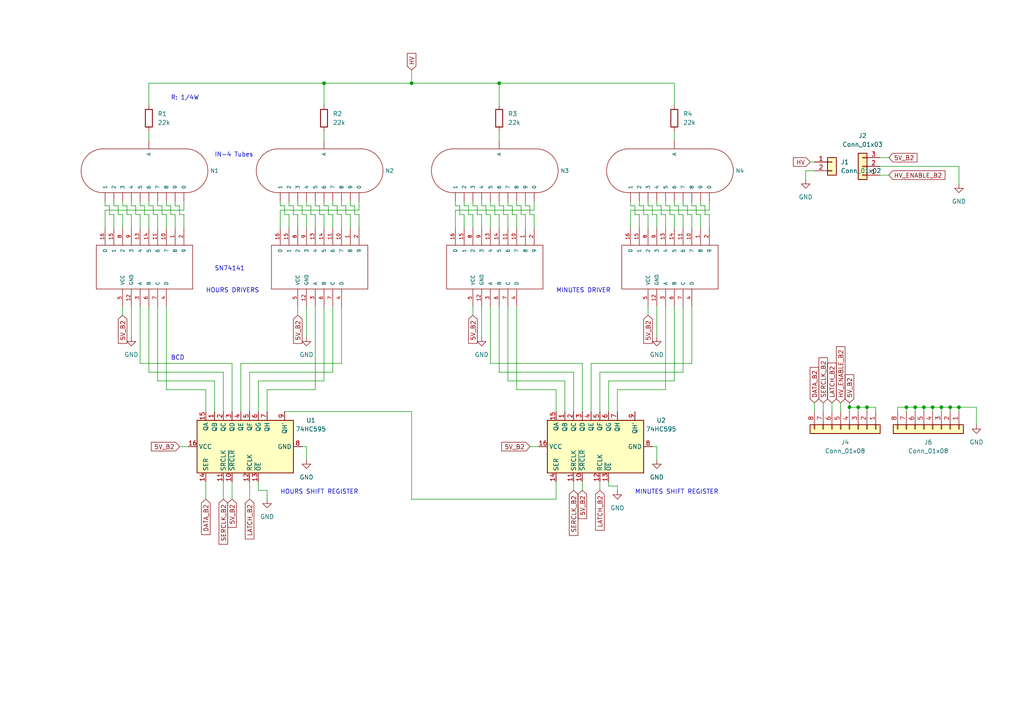
<source format=kicad_sch>
(kicad_sch (version 20230121) (generator eeschema)
  (paper "A4")
  (lib_symbols
    (symbol "74xx:74HC595"
      (property "Reference" "U" (at -7.62 13.97 0))
      (property "Value" "74HC595" (at -7.62 -16.51 0))
      (symbol "74HC595_1_0"
        (pin tri_state line (at 10.16 7.62 180) (length 2.54) (name "QB") (number "1"))
        (pin input line (at -10.16 2.54 0) (length 2.54) (name "~{SRCLR}") (number "10"))
        (pin input line (at -10.16 5.08 0) (length 2.54) (name "SRCLK") (number "11"))
        (pin input line (at -10.16 -2.54 0) (length 2.54) (name "RCLK") (number "12"))
        (pin input line (at -10.16 -5.08 0) (length 2.54) (name "~{OE}") (number "13"))
        (pin input line (at -10.16 10.16 0) (length 2.54) (name "SER") (number "14"))
        (pin tri_state line (at 10.16 10.16 180) (length 2.54) (name "QA") (number "15"))
        (pin power_in line (at 0 15.24 270) (length 2.54) (name "VCC") (number "16"))
        (pin tri_state line (at 10.16 5.08 180) (length 2.54) (name "QC") (number "2"))
        (pin tri_state line (at 10.16 2.54 180) (length 2.54) (name "QD") (number "3"))
        (pin tri_state line (at 10.16 0 180) (length 2.54) (name "QE") (number "4"))
        (pin tri_state line (at 10.16 -2.54 180) (length 2.54) (name "QF") (number "5"))
        (pin tri_state line (at 10.16 -5.08 180) (length 2.54) (name "QG") (number "6"))
        (pin tri_state line (at 10.16 -7.62 180) (length 2.54) (name "QH") (number "7"))
        (pin power_in line (at 0 -17.78 90) (length 2.54) (name "GND") (number "8"))
        (pin output line (at 10.16 -12.7 180) (length 2.54) (name "QH'") (number "9"))
      )
      (symbol "74HC595_1_1"
        (rectangle (start -7.62 12.7) (end 7.62 -15.24) (stroke (width 0.254)) (fill (type background)))
      )
    )
    (symbol "Connector_Generic:Conn_01x02" (pin_names (offset 1.016) hide)
      (property "Reference" "J" (at 0 2.54 0))
      (property "Value" "Conn_01x02" (at 0 -5.08 0))
      (symbol "Conn_01x02_1_1"
        (rectangle (start -1.27 -2.413) (end 0 -2.667) (stroke (width 0.1524)))
        (rectangle (start -1.27 0.127) (end 0 -0.127) (stroke (width 0.1524)))
        (rectangle (start -1.27 1.27) (end 1.27 -3.81) (stroke (width 0.254)) (fill (type background)))
        (pin passive line (at -5.08 0 0) (length 3.81) (name "Pin_1") (number "1"))
        (pin passive line (at -5.08 -2.54 0) (length 3.81) (name "Pin_2") (number "2"))
      )
    )
    (symbol "Connector_Generic:Conn_01x03" (pin_names (offset 1.016) hide)
      (property "Reference" "J" (at 0 5.08 0))
      (property "Value" "Conn_01x03" (at 0 -5.08 0))
      (symbol "Conn_01x03_1_1"
        (rectangle (start -1.27 -2.413) (end 0 -2.667) (stroke (width 0.1524)))
        (rectangle (start -1.27 0.127) (end 0 -0.127) (stroke (width 0.1524)))
        (rectangle (start -1.27 2.667) (end 0 2.413) (stroke (width 0.1524)))
        (rectangle (start -1.27 3.81) (end 1.27 -3.81) (stroke (width 0.254)) (fill (type background)))
        (pin passive line (at -5.08 2.54 0) (length 3.81) (name "Pin_1") (number "1"))
        (pin passive line (at -5.08 0 0) (length 3.81) (name "Pin_2") (number "2"))
        (pin passive line (at -5.08 -2.54 0) (length 3.81) (name "Pin_3") (number "3"))
      )
    )
    (symbol "Connector_Generic:Conn_01x08" (pin_names (offset 1.016) hide)
      (property "Reference" "J" (at 0 10.16 0))
      (property "Value" "Conn_01x08" (at 0 -12.7 0))
      (symbol "Conn_01x08_1_1"
        (rectangle (start -1.27 -10.033) (end 0 -10.287) (stroke (width 0.1524)))
        (rectangle (start -1.27 -7.493) (end 0 -7.747) (stroke (width 0.1524)))
        (rectangle (start -1.27 -4.953) (end 0 -5.207) (stroke (width 0.1524)))
        (rectangle (start -1.27 -2.413) (end 0 -2.667) (stroke (width 0.1524)))
        (rectangle (start -1.27 0.127) (end 0 -0.127) (stroke (width 0.1524)))
        (rectangle (start -1.27 2.667) (end 0 2.413) (stroke (width 0.1524)))
        (rectangle (start -1.27 5.207) (end 0 4.953) (stroke (width 0.1524)))
        (rectangle (start -1.27 7.747) (end 0 7.493) (stroke (width 0.1524)))
        (rectangle (start -1.27 8.89) (end 1.27 -11.43) (stroke (width 0.254)) (fill (type background)))
        (pin passive line (at -5.08 7.62 0) (length 3.81) (name "Pin_1") (number "1"))
        (pin passive line (at -5.08 5.08 0) (length 3.81) (name "Pin_2") (number "2"))
        (pin passive line (at -5.08 2.54 0) (length 3.81) (name "Pin_3") (number "3"))
        (pin passive line (at -5.08 0 0) (length 3.81) (name "Pin_4") (number "4"))
        (pin passive line (at -5.08 -2.54 0) (length 3.81) (name "Pin_5") (number "5"))
        (pin passive line (at -5.08 -5.08 0) (length 3.81) (name "Pin_6") (number "6"))
        (pin passive line (at -5.08 -7.62 0) (length 3.81) (name "Pin_7") (number "7"))
        (pin passive line (at -5.08 -10.16 0) (length 3.81) (name "Pin_8") (number "8"))
      )
    )
    (symbol "Device:R" (pin_numbers hide) (pin_names (offset 0))
      (property "Reference" "R" (at 2.032 0 90))
      (property "Value" "R" (at 0 0 90))
      (symbol "R_0_1"
        (rectangle (start -1.016 -2.54) (end 1.016 2.54) (stroke (width 0.254)))
      )
      (symbol "R_1_1"
        (pin passive line (at 0 3.81 270) (length 1.27) (name "~") (number "1"))
        (pin passive line (at 0 -3.81 90) (length 1.27) (name "~") (number "2"))
      )
    )
    (symbol "nixiemisc:74141DIP16" (pin_names (offset 1.016))
      (symbol "74141DIP16_1_0"
        (polyline (pts (xy -7.62 -12.7) (xy 5.08 -12.7)))
        (polyline (pts (xy -7.62 15.24) (xy -7.62 -12.7)))
        (polyline (pts (xy 5.08 -12.7) (xy 5.08 15.24)))
        (polyline (pts (xy 5.08 15.24) (xy -7.62 15.24)))
      )
      (symbol "74141DIP16_1_1"
        (pin passive line (at 10.16 -7.62 180) (length 5.08) (name "8") (number "1"))
        (pin passive line (at 10.16 -5.08 180) (length 5.08) (name "7") (number "10"))
        (pin passive line (at 10.16 -2.54 180) (length 5.08) (name "6") (number "11"))
        (pin power_in line (at -12.7 5.08 0) (length 5.08) (name "GND") (number "12"))
        (pin passive line (at 10.16 2.54 180) (length 5.08) (name "4") (number "13"))
        (pin passive line (at 10.16 0 180) (length 5.08) (name "5") (number "14"))
        (pin passive line (at 10.16 10.16 180) (length 5.08) (name "1") (number "15"))
        (pin passive line (at 10.16 12.7 180) (length 5.08) (name "0") (number "16"))
        (pin passive line (at 10.16 -10.16 180) (length 5.08) (name "9") (number "2"))
        (pin passive line (at -12.7 2.54 0) (length 5.08) (name "A") (number "3"))
        (pin passive line (at -12.7 -5.08 0) (length 5.08) (name "D") (number "4"))
        (pin power_in line (at -12.7 7.62 0) (length 5.08) (name "VCC") (number "5"))
        (pin passive line (at -12.7 0 0) (length 5.08) (name "B") (number "6"))
        (pin passive line (at -12.7 -2.54 0) (length 5.08) (name "C") (number "7"))
        (pin passive line (at 10.16 7.62 180) (length 5.08) (name "2") (number "8"))
        (pin passive line (at 10.16 5.08 180) (length 5.08) (name "3") (number "9"))
      )
    )
    (symbol "nixies-us:IN-4" (pin_numbers hide) (pin_names (offset 1.016))
      (property "Reference" "N" (at -5.715 20.955 0))
      (symbol "IN-4_1_0"
        (polyline (pts (xy -7.62 -10.795) (xy -7.62 13.335)))
        (polyline (pts (xy 5.08 -10.795) (xy 5.08 13.335)))
      )
      (symbol "IN-4_1_1"
        (arc (start -7.62 -10.795) (mid -1.27 -17.1174) (end 5.08 -10.795))
        (arc (start 5.08 13.335) (mid -1.27 19.6574) (end -7.62 13.335))
        (pin bidirectional line (at -10.16 -10.16 0) (length 2.54) (name "0") (number "0"))
        (pin bidirectional line (at -10.16 12.7 0) (length 2.54) (name "1") (number "1"))
        (pin bidirectional line (at -10.16 10.16 0) (length 2.54) (name "2") (number "2"))
        (pin bidirectional line (at -10.16 7.62 0) (length 2.54) (name "3") (number "3"))
        (pin bidirectional line (at -10.16 5.08 0) (length 2.54) (name "4") (number "4"))
        (pin bidirectional line (at -10.16 2.54 0) (length 2.54) (name "5") (number "5"))
        (pin bidirectional line (at -10.16 0 0) (length 2.54) (name "6") (number "6"))
        (pin bidirectional line (at -10.16 -2.54 0) (length 2.54) (name "7") (number "7"))
        (pin bidirectional line (at -10.16 -5.08 0) (length 2.54) (name "8") (number "8"))
        (pin bidirectional line (at -10.16 -7.62 0) (length 2.54) (name "9") (number "9"))
        (pin bidirectional line (at 7.62 0 180) (length 2.54) (name "A") (number "A3"))
      )
    )
    (symbol "power:GND" (power) (pin_names (offset 0))
      (property "Value" "GND" (at 0 -3.81 0))
      (symbol "GND_0_1"
        (polyline (pts (xy 0 0) (xy 0 -1.27) (xy 1.27 -1.27) (xy 0 -2.54) (xy -1.27 -1.27) (xy 0 -1.27)))
      )
      (symbol "GND_1_1"
        (pin power_in line (at 0 0 270) (length 0) hide (name "GND") (number "1"))
      )
    )
  )
  (junction (at 246.38 118.11))
  (junction (at 248.92 118.11))
  (junction (at 144.78 24.13))
  (junction (at 251.46 118.11))
  (junction (at 267.97 118.11))
  (junction (at 262.89 118.11))
  (junction (at 119.38 24.13))
  (junction (at 270.51 118.11))
  (junction (at 275.59 118.11))
  (junction (at 93.98 24.13))
  (junction (at 265.43 118.11))
  (junction (at 273.05 118.11))
  (junction (at 278.13 118.11))
  (wire (pts (xy 102.87 59.69) (xy 101.6 59.69)))
  (wire (pts (xy 267.97 118.11) (xy 267.97 119.38)))
  (wire (pts (xy 195.58 24.13) (xy 144.78 24.13)))
  (wire (pts (xy 38.1 62.23) (xy 36.83 62.23)))
  (wire (pts (xy 77.47 113.03) (xy 91.44 113.03)))
  (wire (pts (xy 40.64 58.42) (xy 40.64 59.69)))
  (wire (pts (xy 39.37 59.69) (xy 38.1 59.69)))
  (wire (pts (xy 86.36 66.04) (xy 86.36 62.23)))
  (wire (pts (xy 135.89 62.23) (xy 135.89 59.69)))
  (wire (pts (xy 101.6 66.04) (xy 101.6 62.23)))
  (wire (pts (xy 137.16 62.23) (xy 135.89 62.23)))
  (wire (pts (xy 182.88 66.04) (xy 182.88 60.96)))
  (wire (pts (xy 270.51 118.11) (xy 267.97 118.11)))
  (wire (pts (xy 91.44 62.23) (xy 90.17 62.23)))
  (wire (pts (xy 43.18 30.48) (xy 43.18 24.13)))
  (wire (pts (xy 254 119.38) (xy 254 118.11)))
  (wire (pts (xy 53.34 62.23) (xy 52.07 62.23)))
  (wire (pts (xy 138.43 62.23) (xy 138.43 59.69)))
  (wire (pts (xy 195.58 30.48) (xy 195.58 24.13)))
  (wire (pts (xy 86.36 59.69) (xy 86.36 58.42)))
  (wire (pts (xy 179.07 140.97) (xy 179.07 142.24)))
  (wire (pts (xy 187.96 59.69) (xy 187.96 58.42)))
  (wire (pts (xy 201.93 62.23) (xy 201.93 59.69)))
  (wire (pts (xy 53.34 66.04) (xy 53.34 62.23)))
  (wire (pts (xy 260.35 118.11) (xy 260.35 119.38)))
  (wire (pts (xy 255.27 45.72) (xy 257.81 45.72)))
  (wire (pts (xy 33.02 59.69) (xy 33.02 58.42)))
  (wire (pts (xy 101.6 59.69) (xy 101.6 58.42)))
  (wire (pts (xy 205.74 62.23) (xy 204.47 62.23)))
  (wire (pts (xy 205.74 66.04) (xy 205.74 62.23)))
  (wire (pts (xy 85.09 59.69) (xy 83.82 59.69)))
  (wire (pts (xy 34.29 62.23) (xy 34.29 59.69)))
  (wire (pts (xy 67.31 105.41) (xy 40.64 105.41)))
  (wire (pts (xy 195.58 38.1) (xy 195.58 40.64)))
  (wire (pts (xy 137.16 88.9) (xy 137.16 91.44)))
  (wire (pts (xy 81.28 60.96) (xy 104.14 60.96)))
  (wire (pts (xy 30.48 66.04) (xy 30.48 60.96)))
  (wire (pts (xy 262.89 118.11) (xy 262.89 119.38)))
  (wire (pts (xy 193.04 66.04) (xy 193.04 62.23)))
  (wire (pts (xy 104.14 60.96) (xy 104.14 58.42)))
  (wire (pts (xy 43.18 107.95) (xy 64.77 107.95)))
  (wire (pts (xy 74.93 142.24) (xy 74.93 139.7)))
  (wire (pts (xy 96.52 62.23) (xy 95.25 62.23)))
  (wire (pts (xy 193.04 62.23) (xy 191.77 62.23)))
  (wire (pts (xy 62.23 110.49) (xy 62.23 119.38)))
  (wire (pts (xy 97.79 62.23) (xy 97.79 59.69)))
  (wire (pts (xy 69.85 105.41) (xy 99.06 105.41)))
  (wire (pts (xy 146.05 59.69) (xy 144.78 59.69)))
  (wire (pts (xy 254 118.11) (xy 251.46 118.11)))
  (wire (pts (xy 33.02 62.23) (xy 31.75 62.23)))
  (wire (pts (xy 64.77 139.7) (xy 64.77 144.78)))
  (wire (pts (xy 153.67 129.54) (xy 156.21 129.54)))
  (wire (pts (xy 142.24 58.42) (xy 142.24 59.69)))
  (wire (pts (xy 198.12 107.95) (xy 198.12 88.9)))
  (wire (pts (xy 251.46 118.11) (xy 251.46 119.38)))
  (wire (pts (xy 43.18 24.13) (xy 93.98 24.13)))
  (wire (pts (xy 38.1 66.04) (xy 38.1 62.23)))
  (wire (pts (xy 241.3 116.84) (xy 241.3 119.38)))
  (wire (pts (xy 44.45 59.69) (xy 43.18 59.69)))
  (wire (pts (xy 119.38 20.32) (xy 119.38 24.13)))
  (wire (pts (xy 59.69 119.38) (xy 59.69 113.03)))
  (wire (pts (xy 139.7 58.42) (xy 139.7 59.69)))
  (wire (pts (xy 205.74 60.96) (xy 205.74 58.42)))
  (wire (pts (xy 50.8 59.69) (xy 50.8 58.42)))
  (wire (pts (xy 137.16 66.04) (xy 137.16 62.23)))
  (wire (pts (xy 149.86 66.04) (xy 149.86 62.23)))
  (wire (pts (xy 35.56 62.23) (xy 34.29 62.23)))
  (wire (pts (xy 161.29 139.7) (xy 161.29 144.78)))
  (wire (pts (xy 147.32 59.69) (xy 147.32 58.42)))
  (wire (pts (xy 119.38 144.78) (xy 161.29 144.78)))
  (wire (pts (xy 273.05 118.11) (xy 273.05 119.38)))
  (wire (pts (xy 99.06 66.04) (xy 99.06 62.23)))
  (wire (pts (xy 93.98 59.69) (xy 93.98 58.42)))
  (wire (pts (xy 87.63 62.23) (xy 87.63 59.69)))
  (wire (pts (xy 147.32 110.49) (xy 147.32 88.9)))
  (wire (pts (xy 96.52 59.69) (xy 96.52 58.42)))
  (wire (pts (xy 43.18 107.95) (xy 43.18 88.9)))
  (wire (pts (xy 168.91 139.7) (xy 168.91 142.24)))
  (wire (pts (xy 90.17 59.69) (xy 88.9 59.69)))
  (wire (pts (xy 52.07 59.69) (xy 50.8 59.69)))
  (wire (pts (xy 36.83 59.69) (xy 35.56 59.69)))
  (wire (pts (xy 255.27 48.26) (xy 278.13 48.26)))
  (wire (pts (xy 142.24 62.23) (xy 140.97 62.23)))
  (wire (pts (xy 91.44 66.04) (xy 91.44 62.23)))
  (wire (pts (xy 176.53 139.7) (xy 176.53 140.97)))
  (wire (pts (xy 149.86 62.23) (xy 148.59 62.23)))
  (wire (pts (xy 49.53 62.23) (xy 49.53 59.69)))
  (wire (pts (xy 194.31 59.69) (xy 193.04 59.69)))
  (wire (pts (xy 204.47 62.23) (xy 204.47 59.69)))
  (wire (pts (xy 134.62 66.04) (xy 134.62 62.23)))
  (wire (pts (xy 246.38 118.11) (xy 246.38 119.38)))
  (wire (pts (xy 251.46 118.11) (xy 248.92 118.11)))
  (wire (pts (xy 186.69 59.69) (xy 185.42 59.69)))
  (wire (pts (xy 187.96 62.23) (xy 186.69 62.23)))
  (wire (pts (xy 201.93 59.69) (xy 200.66 59.69)))
  (wire (pts (xy 151.13 62.23) (xy 151.13 59.69)))
  (wire (pts (xy 144.78 62.23) (xy 144.78 66.04)))
  (wire (pts (xy 48.26 62.23) (xy 46.99 62.23)))
  (wire (pts (xy 149.86 113.03) (xy 161.29 113.03)))
  (wire (pts (xy 193.04 113.03) (xy 193.04 88.9)))
  (wire (pts (xy 48.26 59.69) (xy 48.26 58.42)))
  (wire (pts (xy 85.09 62.23) (xy 85.09 59.69)))
  (wire (pts (xy 190.5 58.42) (xy 190.5 59.69)))
  (wire (pts (xy 95.25 59.69) (xy 93.98 59.69)))
  (wire (pts (xy 95.25 62.23) (xy 95.25 59.69)))
  (wire (pts (xy 152.4 62.23) (xy 151.13 62.23)))
  (wire (pts (xy 185.42 62.23) (xy 184.15 62.23)))
  (wire (pts (xy 81.28 66.04) (xy 81.28 60.96)))
  (wire (pts (xy 190.5 133.35) (xy 190.5 129.54)))
  (wire (pts (xy 199.39 59.69) (xy 198.12 59.69)))
  (wire (pts (xy 154.94 62.23) (xy 153.67 62.23)))
  (wire (pts (xy 185.42 66.04) (xy 185.42 62.23)))
  (wire (pts (xy 194.31 62.23) (xy 194.31 59.69)))
  (wire (pts (xy 92.71 59.69) (xy 91.44 59.69)))
  (wire (pts (xy 133.35 62.23) (xy 133.35 59.69)))
  (wire (pts (xy 147.32 62.23) (xy 146.05 62.23)))
  (wire (pts (xy 200.66 59.69) (xy 200.66 58.42)))
  (wire (pts (xy 185.42 59.69) (xy 185.42 58.42)))
  (wire (pts (xy 186.69 62.23) (xy 186.69 59.69)))
  (wire (pts (xy 44.45 62.23) (xy 44.45 59.69)))
  (wire (pts (xy 83.82 62.23) (xy 82.55 62.23)))
  (wire (pts (xy 69.85 105.41) (xy 69.85 119.38)))
  (wire (pts (xy 88.9 129.54) (xy 87.63 129.54)))
  (wire (pts (xy 93.98 62.23) (xy 93.98 66.04)))
  (wire (pts (xy 34.29 59.69) (xy 33.02 59.69)))
  (wire (pts (xy 31.75 62.23) (xy 31.75 59.69)))
  (wire (pts (xy 87.63 59.69) (xy 86.36 59.69)))
  (wire (pts (xy 195.58 62.23) (xy 195.58 66.04)))
  (wire (pts (xy 148.59 62.23) (xy 148.59 59.69)))
  (wire (pts (xy 93.98 110.49) (xy 93.98 88.9)))
  (wire (pts (xy 102.87 62.23) (xy 102.87 59.69)))
  (wire (pts (xy 152.4 66.04) (xy 152.4 62.23)))
  (wire (pts (xy 273.05 118.11) (xy 270.51 118.11)))
  (wire (pts (xy 35.56 88.9) (xy 35.56 91.44)))
  (wire (pts (xy 64.77 119.38) (xy 64.77 107.95)))
  (wire (pts (xy 176.53 110.49) (xy 176.53 119.38)))
  (wire (pts (xy 74.93 110.49) (xy 93.98 110.49)))
  (wire (pts (xy 82.55 59.69) (xy 81.28 59.69)))
  (wire (pts (xy 88.9 62.23) (xy 87.63 62.23)))
  (wire (pts (xy 99.06 59.69) (xy 99.06 58.42)))
  (wire (pts (xy 190.5 66.04) (xy 190.5 62.23)))
  (wire (pts (xy 189.23 59.69) (xy 187.96 59.69)))
  (wire (pts (xy 72.39 107.95) (xy 96.52 107.95)))
  (wire (pts (xy 190.5 129.54) (xy 189.23 129.54)))
  (wire (pts (xy 52.07 62.23) (xy 52.07 59.69)))
  (wire (pts (xy 81.28 58.42) (xy 81.28 59.69)))
  (wire (pts (xy 144.78 38.1) (xy 144.78 40.64)))
  (wire (pts (xy 77.47 119.38) (xy 77.47 113.03)))
  (wire (pts (xy 139.7 62.23) (xy 138.43 62.23)))
  (wire (pts (xy 184.15 59.69) (xy 182.88 59.69)))
  (wire (pts (xy 72.39 139.7) (xy 72.39 144.78)))
  (wire (pts (xy 45.72 110.49) (xy 62.23 110.49)))
  (wire (pts (xy 82.55 62.23) (xy 82.55 59.69)))
  (wire (pts (xy 146.05 62.23) (xy 146.05 59.69)))
  (wire (pts (xy 38.1 58.42) (xy 38.1 59.69)))
  (wire (pts (xy 43.18 62.23) (xy 41.91 62.23)))
  (wire (pts (xy 67.31 139.7) (xy 67.31 144.78)))
  (wire (pts (xy 40.64 66.04) (xy 40.64 62.23)))
  (wire (pts (xy 191.77 59.69) (xy 190.5 59.69)))
  (wire (pts (xy 132.08 58.42) (xy 132.08 59.69)))
  (wire (pts (xy 176.53 140.97) (xy 179.07 140.97)))
  (wire (pts (xy 149.86 59.69) (xy 149.86 58.42)))
  (wire (pts (xy 88.9 133.35) (xy 88.9 129.54)))
  (wire (pts (xy 93.98 38.1) (xy 93.98 40.64)))
  (wire (pts (xy 195.58 110.49) (xy 195.58 88.9)))
  (wire (pts (xy 77.47 142.24) (xy 74.93 142.24)))
  (wire (pts (xy 83.82 59.69) (xy 83.82 58.42)))
  (wire (pts (xy 53.34 60.96) (xy 53.34 58.42)))
  (wire (pts (xy 154.94 66.04) (xy 154.94 62.23)))
  (wire (pts (xy 49.53 59.69) (xy 48.26 59.69)))
  (wire (pts (xy 270.51 118.11) (xy 270.51 119.38)))
  (wire (pts (xy 171.45 105.41) (xy 171.45 119.38)))
  (wire (pts (xy 233.68 49.53) (xy 233.68 52.07)))
  (wire (pts (xy 195.58 62.23) (xy 194.31 62.23)))
  (wire (pts (xy 93.98 62.23) (xy 92.71 62.23)))
  (wire (pts (xy 31.75 59.69) (xy 30.48 59.69)))
  (wire (pts (xy 132.08 60.96) (xy 154.94 60.96)))
  (wire (pts (xy 236.22 49.53) (xy 233.68 49.53)))
  (wire (pts (xy 278.13 118.11) (xy 275.59 118.11)))
  (wire (pts (xy 179.07 119.38) (xy 179.07 113.03)))
  (wire (pts (xy 134.62 62.23) (xy 133.35 62.23)))
  (wire (pts (xy 40.64 62.23) (xy 39.37 62.23)))
  (wire (pts (xy 35.56 66.04) (xy 35.56 62.23)))
  (wire (pts (xy 153.67 59.69) (xy 152.4 59.69)))
  (wire (pts (xy 234.95 46.99) (xy 236.22 46.99)))
  (wire (pts (xy 255.27 50.8) (xy 257.81 50.8)))
  (wire (pts (xy 86.36 88.9) (xy 86.36 91.44)))
  (wire (pts (xy 135.89 59.69) (xy 134.62 59.69)))
  (wire (pts (xy 93.98 24.13) (xy 119.38 24.13)))
  (wire (pts (xy 96.52 66.04) (xy 96.52 62.23)))
  (wire (pts (xy 193.04 58.42) (xy 193.04 59.69)))
  (wire (pts (xy 46.99 59.69) (xy 45.72 59.69)))
  (wire (pts (xy 67.31 105.41) (xy 67.31 119.38)))
  (wire (pts (xy 243.84 116.84) (xy 243.84 119.38)))
  (wire (pts (xy 265.43 118.11) (xy 262.89 118.11)))
  (wire (pts (xy 88.9 58.42) (xy 88.9 59.69)))
  (wire (pts (xy 161.29 119.38) (xy 161.29 113.03)))
  (wire (pts (xy 46.99 62.23) (xy 46.99 59.69)))
  (wire (pts (xy 100.33 62.23) (xy 100.33 59.69)))
  (wire (pts (xy 72.39 119.38) (xy 72.39 107.95)))
  (wire (pts (xy 100.33 59.69) (xy 99.06 59.69)))
  (wire (pts (xy 33.02 66.04) (xy 33.02 62.23)))
  (wire (pts (xy 45.72 66.04) (xy 45.72 62.23)))
  (wire (pts (xy 97.79 59.69) (xy 96.52 59.69)))
  (wire (pts (xy 236.22 116.84) (xy 236.22 119.38)))
  (wire (pts (xy 151.13 59.69) (xy 149.86 59.69)))
  (wire (pts (xy 38.1 88.9) (xy 38.1 97.79)))
  (wire (pts (xy 166.37 119.38) (xy 166.37 107.95)))
  (wire (pts (xy 163.83 110.49) (xy 163.83 119.38)))
  (wire (pts (xy 144.78 59.69) (xy 144.78 58.42)))
  (wire (pts (xy 265.43 118.11) (xy 265.43 119.38)))
  (wire (pts (xy 74.93 110.49) (xy 74.93 119.38)))
  (wire (pts (xy 144.78 107.95) (xy 144.78 88.9)))
  (wire (pts (xy 204.47 59.69) (xy 203.2 59.69)))
  (wire (pts (xy 198.12 66.04) (xy 198.12 62.23)))
  (wire (pts (xy 168.91 105.41) (xy 168.91 119.38)))
  (wire (pts (xy 138.43 59.69) (xy 137.16 59.69)))
  (wire (pts (xy 267.97 118.11) (xy 265.43 118.11)))
  (wire (pts (xy 149.86 113.03) (xy 149.86 88.9)))
  (wire (pts (xy 77.47 142.24) (xy 77.47 144.78)))
  (wire (pts (xy 200.66 105.41) (xy 200.66 88.9)))
  (wire (pts (xy 200.66 66.04) (xy 200.66 62.23)))
  (wire (pts (xy 262.89 118.11) (xy 260.35 118.11)))
  (wire (pts (xy 45.72 62.23) (xy 44.45 62.23)))
  (wire (pts (xy 137.16 59.69) (xy 137.16 58.42)))
  (wire (pts (xy 139.7 66.04) (xy 139.7 62.23)))
  (wire (pts (xy 134.62 59.69) (xy 134.62 58.42)))
  (wire (pts (xy 182.88 60.96) (xy 205.74 60.96)))
  (wire (pts (xy 189.23 62.23) (xy 189.23 59.69)))
  (wire (pts (xy 93.98 24.13) (xy 93.98 30.48)))
  (wire (pts (xy 173.99 119.38) (xy 173.99 107.95)))
  (wire (pts (xy 143.51 62.23) (xy 143.51 59.69)))
  (wire (pts (xy 203.2 62.23) (xy 201.93 62.23)))
  (wire (pts (xy 139.7 88.9) (xy 139.7 97.79)))
  (wire (pts (xy 86.36 62.23) (xy 85.09 62.23)))
  (wire (pts (xy 90.17 62.23) (xy 90.17 59.69)))
  (wire (pts (xy 248.92 118.11) (xy 248.92 119.38)))
  (wire (pts (xy 278.13 118.11) (xy 278.13 119.38)))
  (wire (pts (xy 99.06 105.41) (xy 99.06 88.9)))
  (wire (pts (xy 36.83 62.23) (xy 36.83 59.69)))
  (wire (pts (xy 147.32 66.04) (xy 147.32 62.23)))
  (wire (pts (xy 132.08 66.04) (xy 132.08 60.96)))
  (wire (pts (xy 91.44 58.42) (xy 91.44 59.69)))
  (wire (pts (xy 39.37 62.23) (xy 39.37 59.69)))
  (wire (pts (xy 88.9 66.04) (xy 88.9 62.23)))
  (wire (pts (xy 92.71 62.23) (xy 92.71 59.69)))
  (wire (pts (xy 154.94 60.96) (xy 154.94 58.42)))
  (wire (pts (xy 52.07 129.54) (xy 54.61 129.54)))
  (wire (pts (xy 83.82 66.04) (xy 83.82 62.23)))
  (wire (pts (xy 59.69 139.7) (xy 59.69 144.78)))
  (wire (pts (xy 283.21 123.19) (xy 283.21 118.11)))
  (wire (pts (xy 50.8 66.04) (xy 50.8 62.23)))
  (wire (pts (xy 41.91 59.69) (xy 40.64 59.69)))
  (wire (pts (xy 246.38 116.84) (xy 246.38 118.11)))
  (wire (pts (xy 143.51 59.69) (xy 142.24 59.69)))
  (wire (pts (xy 187.96 66.04) (xy 187.96 62.23)))
  (wire (pts (xy 275.59 118.11) (xy 273.05 118.11)))
  (wire (pts (xy 104.14 62.23) (xy 102.87 62.23)))
  (wire (pts (xy 196.85 59.69) (xy 195.58 59.69)))
  (wire (pts (xy 43.18 62.23) (xy 43.18 66.04)))
  (wire (pts (xy 140.97 62.23) (xy 140.97 59.69)))
  (wire (pts (xy 104.14 66.04) (xy 104.14 62.23)))
  (wire (pts (xy 35.56 59.69) (xy 35.56 58.42)))
  (wire (pts (xy 199.39 62.23) (xy 199.39 59.69)))
  (wire (pts (xy 48.26 88.9) (xy 48.26 113.03)))
  (wire (pts (xy 198.12 59.69) (xy 198.12 58.42)))
  (wire (pts (xy 148.59 59.69) (xy 147.32 59.69)))
  (wire (pts (xy 96.52 107.95) (xy 96.52 88.9)))
  (wire (pts (xy 238.76 116.84) (xy 238.76 119.38)))
  (wire (pts (xy 43.18 38.1) (xy 43.18 40.64)))
  (wire (pts (xy 283.21 118.11) (xy 278.13 118.11)))
  (wire (pts (xy 144.78 24.13) (xy 144.78 30.48)))
  (wire (pts (xy 43.18 59.69) (xy 43.18 58.42)))
  (wire (pts (xy 133.35 59.69) (xy 132.08 59.69)))
  (wire (pts (xy 198.12 62.23) (xy 196.85 62.23)))
  (wire (pts (xy 190.5 62.23) (xy 189.23 62.23)))
  (wire (pts (xy 153.67 62.23) (xy 153.67 59.69)))
  (wire (pts (xy 41.91 62.23) (xy 41.91 59.69)))
  (wire (pts (xy 203.2 66.04) (xy 203.2 62.23)))
  (wire (pts (xy 30.48 58.42) (xy 30.48 59.69)))
  (wire (pts (xy 182.88 58.42) (xy 182.88 59.69)))
  (wire (pts (xy 142.24 105.41) (xy 142.24 88.9)))
  (wire (pts (xy 48.26 66.04) (xy 48.26 62.23)))
  (wire (pts (xy 99.06 62.23) (xy 97.79 62.23)))
  (wire (pts (xy 119.38 144.78) (xy 119.38 119.38)))
  (wire (pts (xy 48.26 113.03) (xy 59.69 113.03)))
  (wire (pts (xy 142.24 66.04) (xy 142.24 62.23)))
  (wire (pts (xy 40.64 105.41) (xy 40.64 88.9)))
  (wire (pts (xy 45.72 110.49) (xy 45.72 88.9)))
  (wire (pts (xy 88.9 88.9) (xy 88.9 97.79)))
  (wire (pts (xy 278.13 48.26) (xy 278.13 53.34)))
  (wire (pts (xy 101.6 62.23) (xy 100.33 62.23)))
  (wire (pts (xy 203.2 59.69) (xy 203.2 58.42)))
  (wire (pts (xy 200.66 62.23) (xy 199.39 62.23)))
  (wire (pts (xy 275.59 118.11) (xy 275.59 119.38)))
  (wire (pts (xy 184.15 62.23) (xy 184.15 59.69)))
  (wire (pts (xy 191.77 62.23) (xy 191.77 59.69)))
  (wire (pts (xy 195.58 59.69) (xy 195.58 58.42)))
  (wire (pts (xy 45.72 59.69) (xy 45.72 58.42)))
  (wire (pts (xy 147.32 110.49) (xy 163.83 110.49)))
  (wire (pts (xy 187.96 88.9) (xy 187.96 91.44)))
  (wire (pts (xy 50.8 62.23) (xy 49.53 62.23)))
  (wire (pts (xy 190.5 88.9) (xy 190.5 97.79)))
  (wire (pts (xy 166.37 139.7) (xy 166.37 142.24)))
  (wire (pts (xy 173.99 139.7) (xy 173.99 142.24)))
  (wire (pts (xy 119.38 119.38) (xy 82.55 119.38)))
  (wire (pts (xy 171.45 105.41) (xy 200.66 105.41)))
  (wire (pts (xy 152.4 59.69) (xy 152.4 58.42)))
  (wire (pts (xy 173.99 107.95) (xy 198.12 107.95)))
  (wire (pts (xy 91.44 113.03) (xy 91.44 88.9)))
  (wire (pts (xy 196.85 62.23) (xy 196.85 59.69)))
  (wire (pts (xy 179.07 113.03) (xy 193.04 113.03)))
  (wire (pts (xy 142.24 105.41) (xy 168.91 105.41)))
  (wire (pts (xy 248.92 118.11) (xy 246.38 118.11)))
  (wire (pts (xy 30.48 60.96) (xy 53.34 60.96)))
  (wire (pts (xy 144.78 107.95) (xy 166.37 107.95)))
  (wire (pts (xy 144.78 24.13) (xy 119.38 24.13)))
  (wire (pts (xy 144.78 62.23) (xy 143.51 62.23)))
  (wire (pts (xy 176.53 110.49) (xy 195.58 110.49)))
  (wire (pts (xy 140.97 59.69) (xy 139.7 59.69)))
  (text "HOURS DRIVERS" (at 59.69 85.09 0) (effects (font (size 1.27 1.27)) (justify left bottom)))
  (text "MINUTES DRIVER" (at 161.29 85.09 0) (effects (font (size 1.27 1.27)) (justify left bottom)))
  (text "IN-4 Tubes\n" (at 62.23 45.72 0) (effects (font (size 1.27 1.27)) (justify left bottom)))
  (text "R: 1/4W\n" (at 49.53 29.21 0) (effects (font (size 1.27 1.27)) (justify left bottom)))
  (text "BCD\n\n" (at 49.53 106.68 0) (effects (font (size 1.27 1.27)) (justify left bottom)))
  (text "HOURS SHIFT REGISTER" (at 81.28 143.51 0) (effects (font (size 1.27 1.27)) (justify left bottom)))
  (text "SN74141" (at 62.23 78.74 0) (effects (font (size 1.27 1.27)) (justify left bottom)))
  (text "MINUTES SHIFT REGISTER" (at 184.15 143.51 0) (effects (font (size 1.27 1.27)) (justify left bottom)))
  (global_label "HV_ENABLE_B2" (shape input) (at 243.84 116.84 90) (property "Intersheetrefs" "${INTERSHEET_REFS}" (effects hide)))
  (global_label "SERCLK_B2" (shape input) (at 166.37 142.24 270) (property "Intersheetrefs" "${INTERSHEET_REFS}" (effects hide)))
  (global_label "SERCLK_B2" (shape input) (at 238.76 116.84 90) (property "Intersheetrefs" "${INTERSHEET_REFS}" (effects hide)))
  (global_label "DATA_B2" (shape input) (at 59.69 144.78 270) (property "Intersheetrefs" "${INTERSHEET_REFS}" (effects hide)))
  (global_label "DATA_B2" (shape input) (at 236.22 116.84 90) (property "Intersheetrefs" "${INTERSHEET_REFS}" (effects hide)))
  (global_label "5V_B2" (shape input) (at 35.56 91.44 270) (property "Intersheetrefs" "${INTERSHEET_REFS}" (effects hide)))
  (global_label "5V_B2" (shape input) (at 67.31 144.78 270) (property "Intersheetrefs" "${INTERSHEET_REFS}" (effects hide)))
  (global_label "5V_B2" (shape input) (at 153.67 129.54 180) (property "Intersheetrefs" "${INTERSHEET_REFS}" (effects hide)))
  (global_label "LATCH_B2" (shape input) (at 72.39 144.78 270) (property "Intersheetrefs" "${INTERSHEET_REFS}" (effects hide)))
  (global_label "5V_B2" (shape input) (at 257.81 45.72 0) (property "Intersheetrefs" "${INTERSHEET_REFS}" (effects hide)))
  (global_label "5V_B2" (shape input) (at 187.96 91.44 270) (property "Intersheetrefs" "${INTERSHEET_REFS}" (effects hide)))
  (global_label "5V_B2" (shape input) (at 52.07 129.54 180) (property "Intersheetrefs" "${INTERSHEET_REFS}" (effects hide)))
  (global_label "5V_B2" (shape input) (at 86.36 91.44 270) (property "Intersheetrefs" "${INTERSHEET_REFS}" (effects hide)))
  (global_label "5V_B2" (shape input) (at 246.38 116.84 90) (property "Intersheetrefs" "${INTERSHEET_REFS}" (effects hide)))
  (global_label "LATCH_B2" (shape input) (at 241.3 116.84 90) (property "Intersheetrefs" "${INTERSHEET_REFS}" (effects hide)))
  (global_label "HV_ENABLE_B2" (shape input) (at 257.81 50.8 0) (property "Intersheetrefs" "${INTERSHEET_REFS}" (effects hide)))
  (global_label "HV" (shape input) (at 119.38 20.32 90) (property "Intersheetrefs" "${INTERSHEET_REFS}" (effects hide)))
  (global_label "HV" (shape input) (at 234.95 46.99 180) (property "Intersheetrefs" "${INTERSHEET_REFS}" (effects hide)))
  (global_label "LATCH_B2" (shape input) (at 173.99 142.24 270) (property "Intersheetrefs" "${INTERSHEET_REFS}" (effects hide)))
  (global_label "5V_B2" (shape input) (at 137.16 91.44 270) (property "Intersheetrefs" "${INTERSHEET_REFS}" (effects hide)))
  (global_label "5V_B2" (shape input) (at 168.91 142.24 270) (property "Intersheetrefs" "${INTERSHEET_REFS}" (effects hide)))
  (global_label "SERCLK_B2" (shape input) (at 64.77 144.78 270) (property "Intersheetrefs" "${INTERSHEET_REFS}" (effects hide)))
  (symbol (lib_id "power:GND") (at 88.9 133.35 0) (unit 1)
    (property "Reference" "#PWR06" (effects hide))
    (property "Value" "GND" (at 88.9 138.43 0))
  )
  (symbol (lib_id "power:GND") (at 233.68 52.07 0) (unit 1)
    (property "Reference" "#PWR01" (effects hide))
    (property "Value" "GND" (at 233.68 57.15 0))
  )
  (symbol (lib_id "power:GND") (at 179.07 142.24 0) (unit 1)
    (property "Reference" "#PWR010" (effects hide))
    (property "Value" "GND" (at 179.07 147.32 0))
  )
  (symbol (lib_id "74xx:74HC595") (at 69.85 129.54 90) (unit 1)
    (property "Reference" "U1" (at 90.17 121.92 90))
    (property "Value" "74HC595" (at 90.17 124.46 90))
    (property "Footprint" "Package_DIP:DIP-16_W7.62mm" (effects hide))
    (property "Datasheet" "http://www.ti.com/lit/ds/symlink/sn74hc595.pdf" (effects hide))
  )
  (symbol (lib_id "power:GND") (at 283.21 123.19 0) (unit 1)
    (property "Reference" "#PWR08" (effects hide))
    (property "Value" "GND" (at 283.21 128.27 0))
  )
  (symbol (lib_id "power:GND") (at 77.47 144.78 0) (unit 1)
    (property "Reference" "#PWR04" (effects hide))
    (property "Value" "GND" (at 77.47 149.86 0))
  )
  (symbol (lib_id "Connector_Generic:Conn_01x02") (at 241.3 46.99 0) (unit 1)
    (property "Reference" "J1" (at 243.84 46.99 0) (effects (justify left)))
    (property "Value" "Conn_01x02" (at 243.84 49.53 0) (effects (justify left)))
    (property "Footprint" "Connector_PinHeader_2.54mm:PinHeader_1x02_P2.54mm_Vertical" (effects hide))
  )
  (symbol (lib_id "power:GND") (at 278.13 53.34 0) (unit 1)
    (property "Reference" "#PWR03" (effects hide))
    (property "Value" "GND" (at 278.13 58.42 0))
  )
  (symbol (lib_id "Device:R") (at 93.98 34.29 0) (unit 1)
    (property "Reference" "R2" (at 96.52 33.02 0) (effects (justify left)))
    (property "Value" "22k" (at 96.52 35.56 0) (effects (justify left)))
    (property "Footprint" "Resistor_THT:R_Axial_DIN0207_L6.3mm_D2.5mm_P7.62mm_Horizontal" (effects hide))
  )
  (symbol (lib_id "nixies-us:IN-4") (at 93.98 48.26 90) (unit 1)
    (property "Reference" "N2" (at 111.76 49.53 90) (effects (font (size 1.143 1.143)) (justify right)))
    (property "Value" "IN-4" (effects hide))
    (property "Footprint" "nixies-us:nixies-us-IN-4-DSUB" (effects hide))
  )
  (symbol (lib_id "power:GND") (at 38.1 97.79 0) (unit 1)
    (property "Reference" "#PWR02" (effects hide))
    (property "Value" "GND" (at 38.1 102.87 0))
  )
  (symbol (lib_id "nixies-us:IN-4") (at 195.58 48.26 90) (unit 1)
    (property "Reference" "N4" (at 213.36 49.53 90) (effects (font (size 1.143 1.143)) (justify right)))
    (property "Value" "IN-4" (effects hide))
    (property "Footprint" "nixies-us:nixies-us-IN-4-DSUB" (effects hide))
  )
  (symbol (lib_id "Connector_Generic:Conn_01x08") (at 270.51 124.46 270) (unit 1)
    (property "Reference" "J6" (at 269.24 128.27 90))
    (property "Value" "Conn_01x08" (at 269.24 130.81 90))
    (property "Footprint" "Connector_PinHeader_2.54mm:PinHeader_1x08_P2.54mm_Vertical" (effects hide))
  )
  (symbol (lib_id "Connector_Generic:Conn_01x08") (at 246.38 124.46 270) (unit 1)
    (property "Reference" "J4" (at 245.11 128.27 90))
    (property "Value" "Conn_01x08" (at 245.11 130.81 90))
    (property "Footprint" "Connector_PinHeader_2.54mm:PinHeader_1x08_P2.54mm_Vertical" (effects hide))
  )
  (symbol (lib_id "power:GND") (at 139.7 97.79 0) (unit 1)
    (property "Reference" "#PWR07" (effects hide))
    (property "Value" "GND" (at 139.7 102.87 0))
  )
  (symbol (lib_id "nixiemisc:74141DIP16") (at 93.98 76.2 90) (unit 1)
    (property "Reference" "M2" (effects hide))
    (property "Value" "74141DIP16" (effects hide))
    (property "Footprint" "nixiemisc:nixiemisc-DIP16" (effects hide))
  )
  (symbol (lib_id "power:GND") (at 190.5 133.35 0) (unit 1)
    (property "Reference" "#PWR012" (effects hide))
    (property "Value" "GND" (at 190.5 138.43 0))
  )
  (symbol (lib_id "Device:R") (at 144.78 34.29 0) (unit 1)
    (property "Reference" "R3" (at 147.32 33.02 0) (effects (justify left)))
    (property "Value" "22k" (at 147.32 35.56 0) (effects (justify left)))
    (property "Footprint" "Resistor_THT:R_Axial_DIN0207_L6.3mm_D2.5mm_P7.62mm_Horizontal" (effects hide))
  )
  (symbol (lib_id "nixiemisc:74141DIP16") (at 144.78 76.2 90) (unit 1)
    (property "Reference" "M3" (effects hide))
    (property "Value" "74141DIP16" (effects hide))
    (property "Footprint" "nixiemisc:nixiemisc-DIP16" (effects hide))
  )
  (symbol (lib_id "Device:R") (at 43.18 34.29 0) (unit 1)
    (property "Reference" "R1" (at 45.72 33.02 0) (effects (justify left)))
    (property "Value" "22k" (at 45.72 35.56 0) (effects (justify left)))
    (property "Footprint" "Resistor_THT:R_Axial_DIN0207_L6.3mm_D2.5mm_P7.62mm_Horizontal" (effects hide))
  )
  (symbol (lib_id "power:GND") (at 190.5 97.79 0) (unit 1)
    (property "Reference" "#PWR011" (effects hide))
    (property "Value" "GND" (at 190.5 102.87 0))
  )
  (symbol (lib_id "nixies-us:IN-4") (at 43.18 48.26 90) (unit 1)
    (property "Reference" "N1" (at 60.96 49.53 90) (effects (font (size 1.143 1.143)) (justify right)))
    (property "Value" "IN-4" (effects hide))
    (property "Footprint" "nixies-us:nixies-us-IN-4-DSUB" (effects hide))
  )
  (symbol (lib_id "74xx:74HC595") (at 171.45 129.54 90) (unit 1)
    (property "Reference" "U2" (at 191.77 121.92 90))
    (property "Value" "74HC595" (at 191.77 124.46 90))
    (property "Footprint" "Package_DIP:DIP-16_W7.62mm" (effects hide))
    (property "Datasheet" "http://www.ti.com/lit/ds/symlink/sn74hc595.pdf" (effects hide))
  )
  (symbol (lib_id "nixiemisc:74141DIP16") (at 195.58 76.2 90) (unit 1)
    (property "Reference" "M4" (effects hide))
    (property "Value" "74141DIP16" (effects hide))
    (property "Footprint" "nixiemisc:nixiemisc-DIP16" (effects hide))
  )
  (symbol (lib_id "power:GND") (at 88.9 97.79 0) (unit 1)
    (property "Reference" "#PWR05" (effects hide))
    (property "Value" "GND" (at 88.9 102.87 0))
  )
  (symbol (lib_id "Connector_Generic:Conn_01x03") (at 250.19 48.26 180) (unit 1)
    (property "Reference" "J2" (at 250.19 39.37 0))
    (property "Value" "Conn_01x03" (at 250.19 41.91 0))
    (property "Footprint" "Connector_PinHeader_2.54mm:PinHeader_1x03_P2.54mm_Vertical" (effects hide))
  )
  (symbol (lib_id "nixies-us:IN-4") (at 144.78 48.26 90) (unit 1)
    (property "Reference" "N3" (at 162.56 49.53 90) (effects (font (size 1.143 1.143)) (justify right)))
    (property "Value" "IN-4" (effects hide))
    (property "Footprint" "nixies-us:nixies-us-IN-4-DSUB" (effects hide))
  )
  (symbol (lib_id "nixiemisc:74141DIP16") (at 43.18 76.2 90) (unit 1)
    (property "Reference" "M1" (effects hide))
    (property "Value" "74141DIP16" (effects hide))
    (property "Footprint" "nixiemisc:nixiemisc-DIP16" (effects hide))
  )
  (symbol (lib_id "Device:R") (at 195.58 34.29 0) (unit 1)
    (property "Reference" "R4" (at 198.12 33.02 0) (effects (justify left)))
    (property "Value" "22k" (at 198.12 35.56 0) (effects (justify left)))
    (property "Footprint" "Resistor_THT:R_Axial_DIN0207_L6.3mm_D2.5mm_P7.62mm_Horizontal" (effects hide))
  )
)
</source>
